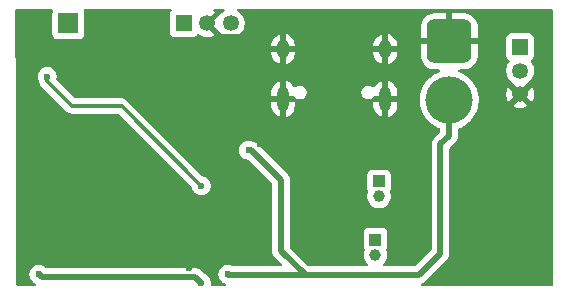
<source format=gbl>
%TF.GenerationSoftware,KiCad,Pcbnew,9.0.3*%
%TF.CreationDate,2025-08-05T23:38:35-05:00*%
%TF.ProjectId,Battle_Bot_Mind,42617474-6c65-45f4-926f-745f4d696e64,rev?*%
%TF.SameCoordinates,Original*%
%TF.FileFunction,Copper,L2,Bot*%
%TF.FilePolarity,Positive*%
%FSLAX46Y46*%
G04 Gerber Fmt 4.6, Leading zero omitted, Abs format (unit mm)*
G04 Created by KiCad (PCBNEW 9.0.3) date 2025-08-05 23:38:35*
%MOMM*%
%LPD*%
G01*
G04 APERTURE LIST*
G04 Aperture macros list*
%AMRoundRect*
0 Rectangle with rounded corners*
0 $1 Rounding radius*
0 $2 $3 $4 $5 $6 $7 $8 $9 X,Y pos of 4 corners*
0 Add a 4 corners polygon primitive as box body*
4,1,4,$2,$3,$4,$5,$6,$7,$8,$9,$2,$3,0*
0 Add four circle primitives for the rounded corners*
1,1,$1+$1,$2,$3*
1,1,$1+$1,$4,$5*
1,1,$1+$1,$6,$7*
1,1,$1+$1,$8,$9*
0 Add four rect primitives between the rounded corners*
20,1,$1+$1,$2,$3,$4,$5,0*
20,1,$1+$1,$4,$5,$6,$7,0*
20,1,$1+$1,$6,$7,$8,$9,0*
20,1,$1+$1,$8,$9,$2,$3,0*%
G04 Aperture macros list end*
%TA.AperFunction,ComponentPad*%
%ADD10RoundRect,0.760000X-1.140000X1.140000X-1.140000X-1.140000X1.140000X-1.140000X1.140000X1.140000X0*%
%TD*%
%TA.AperFunction,ComponentPad*%
%ADD11C,4.000000*%
%TD*%
%TA.AperFunction,HeatsinkPad*%
%ADD12C,0.600000*%
%TD*%
%TA.AperFunction,ComponentPad*%
%ADD13R,1.700000X1.700000*%
%TD*%
%TA.AperFunction,ComponentPad*%
%ADD14R,1.350000X1.350000*%
%TD*%
%TA.AperFunction,ComponentPad*%
%ADD15C,1.350000*%
%TD*%
%TA.AperFunction,ComponentPad*%
%ADD16R,1.000000X1.000000*%
%TD*%
%TA.AperFunction,ComponentPad*%
%ADD17C,1.000000*%
%TD*%
%TA.AperFunction,HeatsinkPad*%
%ADD18O,1.000000X2.100000*%
%TD*%
%TA.AperFunction,HeatsinkPad*%
%ADD19O,1.000000X1.600000*%
%TD*%
%TA.AperFunction,ViaPad*%
%ADD20C,0.600000*%
%TD*%
%TA.AperFunction,Conductor*%
%ADD21C,0.500000*%
%TD*%
%TA.AperFunction,Conductor*%
%ADD22C,0.300000*%
%TD*%
G04 APERTURE END LIST*
D10*
%TO.P,J2,1,Pin_1*%
%TO.N,GND*%
X142750000Y-73750000D03*
D11*
%TO.P,J2,2,Pin_2*%
%TO.N,+BATT*%
X142750000Y-78750000D03*
%TD*%
D12*
%TO.P,U1,19,GND*%
%TO.N,GND*%
X112850000Y-84390000D03*
X113950000Y-84390000D03*
X112300000Y-83840000D03*
X113400000Y-83840000D03*
X114500000Y-83840000D03*
X112850000Y-83290000D03*
X113950000Y-83290000D03*
X112300000Y-82740000D03*
X113400000Y-82740000D03*
X114500000Y-82740000D03*
X112850000Y-82190000D03*
X113950000Y-82190000D03*
%TD*%
D13*
%TO.P,J4,1,Pin_1*%
%TO.N,/BOOT*%
X110500000Y-72250000D03*
%TD*%
D14*
%TO.P,DBG1,1,Pin_1*%
%TO.N,Net-(DBG1-Pin_1)*%
X120250000Y-72250000D03*
D15*
%TO.P,DBG1,2,Pin_2*%
%TO.N,GND*%
X122250000Y-72250000D03*
%TO.P,DBG1,3,Pin_3*%
%TO.N,Net-(DBG1-Pin_3)*%
X124250000Y-72250000D03*
%TD*%
D16*
%TO.P,M2,1,Pin_1*%
%TO.N,Net-(M2-Pin_1)*%
X136500000Y-90550000D03*
D17*
%TO.P,M2,2,Pin_2*%
%TO.N,Net-(M2-Pin_2)*%
X136500000Y-91820000D03*
%TD*%
D18*
%TO.P,J1,S1,SHIELD*%
%TO.N,GND*%
X137320000Y-78630000D03*
D19*
X137320000Y-74450000D03*
D18*
X128680000Y-78630000D03*
D19*
X128680000Y-74450000D03*
%TD*%
D16*
%TO.P,M1,1,Pin_1*%
%TO.N,Net-(M1-Pin_1)*%
X136800000Y-85625000D03*
D17*
%TO.P,M1,2,Pin_2*%
%TO.N,Net-(M1-Pin_2)*%
X136800000Y-86895000D03*
%TD*%
D14*
%TO.P,J3,1,Pin_1*%
%TO.N,/ESC_PWM*%
X148750000Y-74250000D03*
D15*
%TO.P,J3,2,Pin_2*%
%TO.N,+BATT*%
X148750000Y-76250000D03*
%TO.P,J3,3,Pin_3*%
%TO.N,GND*%
X148750000Y-78250000D03*
%TD*%
D20*
%TO.N,GND*%
X116000000Y-73470000D03*
X129750000Y-80750000D03*
X148750000Y-80250000D03*
X120750000Y-93000000D03*
X136250000Y-80750000D03*
X147250000Y-84250000D03*
X132000000Y-82750000D03*
X134415380Y-81834620D03*
X132750000Y-86750000D03*
X132750000Y-89750000D03*
X145000000Y-93250000D03*
X112500000Y-72750000D03*
X126250000Y-72750000D03*
X149000000Y-93750000D03*
X126750000Y-82500000D03*
%TO.N,+3V3*%
X121750000Y-94200000D03*
X108000000Y-93500000D03*
%TO.N,+BATT*%
X125750000Y-83000000D03*
X124000000Y-93499000D03*
%TO.N,/PWM_B*%
X121750000Y-86000000D03*
X108700000Y-76750000D03*
%TD*%
D21*
%TO.N,GND*%
X125624000Y-73376000D02*
X126250000Y-72750000D01*
X122250000Y-72250000D02*
X123376000Y-73376000D01*
X123376000Y-73376000D02*
X125624000Y-73376000D01*
%TO.N,+3V3*%
X108250000Y-93750000D02*
X108000000Y-93500000D01*
X121749000Y-94249000D02*
X121250000Y-93750000D01*
X121250000Y-93750000D02*
X108250000Y-93750000D01*
%TO.N,+BATT*%
X128500000Y-85500000D02*
X128500000Y-91500000D01*
X142000000Y-82500000D02*
X142750000Y-81750000D01*
X140202000Y-93548000D02*
X142000000Y-91750000D01*
X130500000Y-93548000D02*
X124049000Y-93548000D01*
X128500000Y-91500000D02*
X130500000Y-93500000D01*
X130500000Y-93548000D02*
X140202000Y-93548000D01*
X124049000Y-93548000D02*
X124000000Y-93499000D01*
X126000000Y-83000000D02*
X128500000Y-85500000D01*
X142000000Y-91750000D02*
X142000000Y-82500000D01*
X130500000Y-93500000D02*
X130500000Y-93548000D01*
X142750000Y-81750000D02*
X142750000Y-78750000D01*
D22*
X142750000Y-80250000D02*
X142750000Y-78750000D01*
D21*
X125750000Y-83000000D02*
X126000000Y-83000000D01*
D22*
%TO.N,/PWM_B*%
X115001000Y-79251000D02*
X121750000Y-86000000D01*
X108750000Y-76800000D02*
X108700000Y-76750000D01*
X108700000Y-77120654D02*
X108700000Y-76750000D01*
X110830346Y-79251000D02*
X108700000Y-77120654D01*
X115000000Y-79251000D02*
X115001000Y-79251000D01*
X115000000Y-79251000D02*
X110830346Y-79251000D01*
%TD*%
%TA.AperFunction,Conductor*%
%TO.N,GND*%
G36*
X109153270Y-71020185D02*
G01*
X109199025Y-71072989D01*
X109208969Y-71142147D01*
X109202413Y-71167833D01*
X109155908Y-71292517D01*
X109149501Y-71352116D01*
X109149501Y-71352123D01*
X109149500Y-71352135D01*
X109149500Y-73147870D01*
X109149501Y-73147876D01*
X109155908Y-73207483D01*
X109206202Y-73342328D01*
X109206206Y-73342335D01*
X109292452Y-73457544D01*
X109292455Y-73457547D01*
X109407664Y-73543793D01*
X109407671Y-73543797D01*
X109542517Y-73594091D01*
X109542516Y-73594091D01*
X109549444Y-73594835D01*
X109602127Y-73600500D01*
X111397872Y-73600499D01*
X111457483Y-73594091D01*
X111592331Y-73543796D01*
X111707546Y-73457546D01*
X111793796Y-73342331D01*
X111844091Y-73207483D01*
X111850500Y-73147873D01*
X111850499Y-71352128D01*
X111844091Y-71292517D01*
X111826227Y-71244622D01*
X111797587Y-71167833D01*
X111792603Y-71098141D01*
X111826088Y-71036818D01*
X111887411Y-71003334D01*
X111913769Y-71000500D01*
X119135046Y-71000500D01*
X119202085Y-71020185D01*
X119247840Y-71072989D01*
X119257784Y-71142147D01*
X119228759Y-71205703D01*
X119222727Y-71212181D01*
X119217452Y-71217455D01*
X119131206Y-71332664D01*
X119131202Y-71332671D01*
X119080908Y-71467517D01*
X119074501Y-71527116D01*
X119074500Y-71527135D01*
X119074500Y-72972870D01*
X119074501Y-72972876D01*
X119080908Y-73032483D01*
X119131202Y-73167328D01*
X119131206Y-73167335D01*
X119217452Y-73282544D01*
X119217455Y-73282547D01*
X119332664Y-73368793D01*
X119332671Y-73368797D01*
X119467517Y-73419091D01*
X119467516Y-73419091D01*
X119474444Y-73419835D01*
X119527127Y-73425500D01*
X120972872Y-73425499D01*
X121032483Y-73419091D01*
X121167331Y-73368796D01*
X121282546Y-73282546D01*
X121346541Y-73197059D01*
X121402473Y-73155190D01*
X121472165Y-73150206D01*
X121518691Y-73171054D01*
X121634161Y-73254947D01*
X121798956Y-73338915D01*
X121798959Y-73338916D01*
X121974852Y-73396066D01*
X122157527Y-73425000D01*
X122342473Y-73425000D01*
X122525147Y-73396066D01*
X122701040Y-73338916D01*
X122701043Y-73338915D01*
X122865836Y-73254947D01*
X122865845Y-73254942D01*
X122886430Y-73239984D01*
X122886430Y-73239983D01*
X122296447Y-72650000D01*
X122302661Y-72650000D01*
X122404394Y-72622741D01*
X122495606Y-72570080D01*
X122570080Y-72495606D01*
X122622741Y-72404394D01*
X122650000Y-72302661D01*
X122650000Y-72296448D01*
X123264238Y-72910686D01*
X123299162Y-72941165D01*
X123322202Y-72972876D01*
X123353379Y-73015787D01*
X123484213Y-73146621D01*
X123633904Y-73255378D01*
X123687224Y-73282546D01*
X123798764Y-73339379D01*
X123798767Y-73339380D01*
X123886750Y-73367967D01*
X123974736Y-73396555D01*
X124157486Y-73425500D01*
X124157487Y-73425500D01*
X124342513Y-73425500D01*
X124342514Y-73425500D01*
X124525264Y-73396555D01*
X124701235Y-73339379D01*
X124866096Y-73255378D01*
X125015787Y-73146621D01*
X125146621Y-73015787D01*
X125255378Y-72866096D01*
X125339379Y-72701235D01*
X125396555Y-72525264D01*
X125401253Y-72495606D01*
X125425500Y-72342513D01*
X125425500Y-72157486D01*
X125396555Y-71974736D01*
X125339379Y-71798765D01*
X125339379Y-71798764D01*
X125296577Y-71714763D01*
X125255378Y-71633904D01*
X125146621Y-71484213D01*
X125015787Y-71353379D01*
X124866096Y-71244622D01*
X124847181Y-71234984D01*
X124796386Y-71187011D01*
X124779591Y-71119190D01*
X124802128Y-71053055D01*
X124856843Y-71009603D01*
X124903477Y-71000500D01*
X151375500Y-71000500D01*
X151442539Y-71020185D01*
X151488294Y-71072989D01*
X151499500Y-71124500D01*
X151499500Y-94375500D01*
X151479815Y-94442539D01*
X151427011Y-94488294D01*
X151375500Y-94499500D01*
X140489415Y-94499500D01*
X140422376Y-94479815D01*
X140376621Y-94427011D01*
X140366677Y-94357853D01*
X140395702Y-94294297D01*
X140441963Y-94260939D01*
X140477855Y-94246072D01*
X140557495Y-94213084D01*
X140614368Y-94175083D01*
X140680416Y-94130952D01*
X142582952Y-92228416D01*
X142632186Y-92154729D01*
X142665084Y-92105495D01*
X142721658Y-91968913D01*
X142750500Y-91823918D01*
X142750500Y-82862229D01*
X142770185Y-82795190D01*
X142786819Y-82774548D01*
X143332948Y-82228419D01*
X143332951Y-82228416D01*
X143415084Y-82105495D01*
X143471658Y-81968913D01*
X143500500Y-81823918D01*
X143500500Y-81676083D01*
X143500500Y-81224533D01*
X143520185Y-81157494D01*
X143572989Y-81111739D01*
X143583526Y-81107498D01*
X143708408Y-81063801D01*
X143961445Y-80941945D01*
X144199248Y-80792523D01*
X144418825Y-80617416D01*
X144617416Y-80418825D01*
X144792523Y-80199248D01*
X144941945Y-79961445D01*
X145063801Y-79708408D01*
X145156560Y-79443318D01*
X145219055Y-79169509D01*
X145250500Y-78890425D01*
X145250500Y-78609575D01*
X145232900Y-78453366D01*
X145219057Y-78330505D01*
X145219054Y-78330487D01*
X145184763Y-78180246D01*
X145156559Y-78056678D01*
X145156556Y-78056670D01*
X145127926Y-77974852D01*
X145063801Y-77791592D01*
X144941945Y-77538555D01*
X144792523Y-77300752D01*
X144617416Y-77081175D01*
X144418825Y-76882584D01*
X144199248Y-76707477D01*
X143961445Y-76558055D01*
X143961442Y-76558053D01*
X143708411Y-76436200D01*
X143579355Y-76391041D01*
X143522579Y-76350319D01*
X143496832Y-76285367D01*
X143510288Y-76216805D01*
X143558676Y-76166402D01*
X143620310Y-76150000D01*
X143954706Y-76150000D01*
X143954719Y-76149999D01*
X144087906Y-76139517D01*
X144087912Y-76139516D01*
X144307829Y-76084101D01*
X144307832Y-76084100D01*
X144514330Y-75990304D01*
X144514336Y-75990301D01*
X144700758Y-75861148D01*
X144700770Y-75861138D01*
X144861138Y-75700770D01*
X144861148Y-75700758D01*
X144990301Y-75514336D01*
X144990304Y-75514330D01*
X145084100Y-75307832D01*
X145084101Y-75307829D01*
X145139516Y-75087912D01*
X145139517Y-75087906D01*
X145149999Y-74954719D01*
X145150000Y-74954706D01*
X145150000Y-74000000D01*
X144077231Y-74000000D01*
X144100000Y-73856247D01*
X144100000Y-73643753D01*
X144081529Y-73527135D01*
X147574500Y-73527135D01*
X147574500Y-74972870D01*
X147574501Y-74972876D01*
X147580908Y-75032483D01*
X147631202Y-75167328D01*
X147631206Y-75167335D01*
X147717452Y-75282544D01*
X147717453Y-75282544D01*
X147717454Y-75282546D01*
X147751228Y-75307829D01*
X147802539Y-75346241D01*
X147844409Y-75402175D01*
X147849393Y-75471867D01*
X147828545Y-75518392D01*
X147744624Y-75633900D01*
X147660620Y-75798764D01*
X147660619Y-75798767D01*
X147603445Y-75974734D01*
X147586123Y-76084100D01*
X147574500Y-76157486D01*
X147574500Y-76342514D01*
X147578984Y-76370827D01*
X147603445Y-76525265D01*
X147660619Y-76701232D01*
X147660620Y-76701235D01*
X147663801Y-76707477D01*
X147744622Y-76866096D01*
X147853379Y-77015787D01*
X147984213Y-77146621D01*
X147984216Y-77146623D01*
X148058831Y-77200834D01*
X148073806Y-77220254D01*
X148703554Y-77850000D01*
X148697339Y-77850000D01*
X148595606Y-77877259D01*
X148504394Y-77929920D01*
X148429920Y-78004394D01*
X148377259Y-78095606D01*
X148350000Y-78197339D01*
X148350000Y-78203553D01*
X147760015Y-77613568D01*
X147745049Y-77634167D01*
X147661084Y-77798956D01*
X147661083Y-77798959D01*
X147603933Y-77974852D01*
X147575000Y-78157526D01*
X147575000Y-78342473D01*
X147603933Y-78525147D01*
X147661083Y-78701040D01*
X147661084Y-78701043D01*
X147745050Y-78865834D01*
X147760015Y-78886430D01*
X147760016Y-78886431D01*
X148350000Y-78296447D01*
X148350000Y-78302661D01*
X148377259Y-78404394D01*
X148429920Y-78495606D01*
X148504394Y-78570080D01*
X148595606Y-78622741D01*
X148697339Y-78650000D01*
X148703553Y-78650000D01*
X148113568Y-79239983D01*
X148113568Y-79239984D01*
X148134165Y-79254949D01*
X148298956Y-79338915D01*
X148298959Y-79338916D01*
X148474852Y-79396066D01*
X148657527Y-79425000D01*
X148842473Y-79425000D01*
X149025147Y-79396066D01*
X149201040Y-79338916D01*
X149201043Y-79338915D01*
X149365836Y-79254947D01*
X149365845Y-79254942D01*
X149386430Y-79239984D01*
X149386431Y-79239983D01*
X148796448Y-78650000D01*
X148802661Y-78650000D01*
X148904394Y-78622741D01*
X148995606Y-78570080D01*
X149070080Y-78495606D01*
X149122741Y-78404394D01*
X149150000Y-78302661D01*
X149150000Y-78296447D01*
X149739983Y-78886430D01*
X149739984Y-78886430D01*
X149754942Y-78865845D01*
X149754947Y-78865836D01*
X149838915Y-78701043D01*
X149838916Y-78701040D01*
X149896066Y-78525147D01*
X149925000Y-78342473D01*
X149925000Y-78157526D01*
X149896066Y-77974852D01*
X149838916Y-77798959D01*
X149838915Y-77798956D01*
X149754949Y-77634165D01*
X149739983Y-77613568D01*
X149150000Y-78203551D01*
X149150000Y-78197339D01*
X149122741Y-78095606D01*
X149070080Y-78004394D01*
X148995606Y-77929920D01*
X148904394Y-77877259D01*
X148802661Y-77850000D01*
X148796447Y-77850000D01*
X149410675Y-77235771D01*
X149441165Y-77200836D01*
X149515787Y-77146621D01*
X149646621Y-77015787D01*
X149755378Y-76866096D01*
X149839379Y-76701235D01*
X149896555Y-76525264D01*
X149925500Y-76342514D01*
X149925500Y-76157486D01*
X149896555Y-75974736D01*
X149839379Y-75798765D01*
X149839379Y-75798764D01*
X149789442Y-75700758D01*
X149755378Y-75633904D01*
X149671453Y-75518392D01*
X149647974Y-75452586D01*
X149663799Y-75384532D01*
X149697459Y-75346241D01*
X149782546Y-75282546D01*
X149868796Y-75167331D01*
X149919091Y-75032483D01*
X149925500Y-74972873D01*
X149925499Y-73527128D01*
X149919091Y-73467517D01*
X149915372Y-73457547D01*
X149868797Y-73332671D01*
X149868793Y-73332664D01*
X149782547Y-73217455D01*
X149782544Y-73217452D01*
X149667335Y-73131206D01*
X149667328Y-73131202D01*
X149532482Y-73080908D01*
X149532483Y-73080908D01*
X149472883Y-73074501D01*
X149472881Y-73074500D01*
X149472873Y-73074500D01*
X149472864Y-73074500D01*
X148027129Y-73074500D01*
X148027123Y-73074501D01*
X147967516Y-73080908D01*
X147832671Y-73131202D01*
X147832664Y-73131206D01*
X147717455Y-73217452D01*
X147717452Y-73217455D01*
X147631206Y-73332664D01*
X147631202Y-73332671D01*
X147580908Y-73467517D01*
X147574501Y-73527116D01*
X147574501Y-73527123D01*
X147574500Y-73527135D01*
X144081529Y-73527135D01*
X144077231Y-73500000D01*
X145150000Y-73500000D01*
X145150000Y-72545293D01*
X145149999Y-72545280D01*
X145139517Y-72412093D01*
X145139516Y-72412087D01*
X145084101Y-72192170D01*
X145084100Y-72192167D01*
X144990304Y-71985669D01*
X144990301Y-71985663D01*
X144861148Y-71799241D01*
X144861138Y-71799229D01*
X144700770Y-71638861D01*
X144700758Y-71638851D01*
X144514336Y-71509698D01*
X144514330Y-71509695D01*
X144307832Y-71415899D01*
X144307829Y-71415898D01*
X144087912Y-71360483D01*
X144087906Y-71360482D01*
X143954719Y-71350000D01*
X143000000Y-71350000D01*
X143000000Y-72422768D01*
X142856247Y-72400000D01*
X142643753Y-72400000D01*
X142500000Y-72422768D01*
X142500000Y-71350000D01*
X141545280Y-71350000D01*
X141412093Y-71360482D01*
X141412087Y-71360483D01*
X141192170Y-71415898D01*
X141192167Y-71415899D01*
X140985669Y-71509695D01*
X140985663Y-71509698D01*
X140799241Y-71638851D01*
X140799229Y-71638861D01*
X140638861Y-71799229D01*
X140638851Y-71799241D01*
X140509698Y-71985663D01*
X140509695Y-71985669D01*
X140415899Y-72192167D01*
X140415898Y-72192170D01*
X140360483Y-72412087D01*
X140360482Y-72412093D01*
X140350000Y-72545280D01*
X140350000Y-73500000D01*
X141422769Y-73500000D01*
X141400000Y-73643753D01*
X141400000Y-73856247D01*
X141422769Y-74000000D01*
X140350000Y-74000000D01*
X140350000Y-74954719D01*
X140360482Y-75087906D01*
X140360483Y-75087912D01*
X140415898Y-75307829D01*
X140415899Y-75307832D01*
X140509695Y-75514330D01*
X140509698Y-75514336D01*
X140638851Y-75700758D01*
X140638861Y-75700770D01*
X140799229Y-75861138D01*
X140799241Y-75861148D01*
X140985663Y-75990301D01*
X140985669Y-75990304D01*
X141192167Y-76084100D01*
X141192170Y-76084101D01*
X141412087Y-76139516D01*
X141412093Y-76139517D01*
X141545280Y-76149999D01*
X141545294Y-76150000D01*
X141879690Y-76150000D01*
X141946729Y-76169685D01*
X141992484Y-76222489D01*
X142002428Y-76291647D01*
X141973403Y-76355203D01*
X141920645Y-76391041D01*
X141791588Y-76436200D01*
X141538557Y-76558053D01*
X141300753Y-76707476D01*
X141081175Y-76882583D01*
X140882583Y-77081175D01*
X140707477Y-77300752D01*
X140558053Y-77538557D01*
X140436200Y-77791588D01*
X140343443Y-78056670D01*
X140343439Y-78056682D01*
X140280945Y-78330487D01*
X140280942Y-78330505D01*
X140249500Y-78609568D01*
X140249500Y-78890431D01*
X140280942Y-79169494D01*
X140280945Y-79169512D01*
X140343439Y-79443317D01*
X140343443Y-79443329D01*
X140436200Y-79708411D01*
X140558053Y-79961442D01*
X140558055Y-79961445D01*
X140707477Y-80199248D01*
X140882584Y-80418825D01*
X141081175Y-80617416D01*
X141300752Y-80792523D01*
X141538555Y-80941945D01*
X141538557Y-80941946D01*
X141791583Y-81063797D01*
X141791585Y-81063797D01*
X141791592Y-81063801D01*
X141916456Y-81107492D01*
X141935444Y-81121111D01*
X141956703Y-81130820D01*
X141963305Y-81141094D01*
X141973231Y-81148213D01*
X141981843Y-81169939D01*
X141994477Y-81189598D01*
X141997232Y-81208762D01*
X141998978Y-81213166D01*
X141999500Y-81224533D01*
X141999500Y-81387769D01*
X141979815Y-81454808D01*
X141963181Y-81475450D01*
X141417050Y-82021580D01*
X141417044Y-82021588D01*
X141367812Y-82095268D01*
X141367813Y-82095269D01*
X141334921Y-82144496D01*
X141334914Y-82144508D01*
X141278342Y-82281086D01*
X141278340Y-82281092D01*
X141249500Y-82426079D01*
X141249500Y-91387770D01*
X141229815Y-91454809D01*
X141213181Y-91475451D01*
X139927451Y-92761181D01*
X139866128Y-92794666D01*
X139839770Y-92797500D01*
X137236784Y-92797500D01*
X137169745Y-92777815D01*
X137123990Y-92725011D01*
X137114046Y-92655853D01*
X137143071Y-92592297D01*
X137149103Y-92585819D01*
X137277136Y-92457785D01*
X137277139Y-92457782D01*
X137386632Y-92293914D01*
X137462051Y-92111835D01*
X137488590Y-91978416D01*
X137500500Y-91918543D01*
X137500500Y-91721456D01*
X137462052Y-91528170D01*
X137462051Y-91528169D01*
X137462051Y-91528165D01*
X137419680Y-91425873D01*
X137412212Y-91356407D01*
X137434977Y-91304111D01*
X137443796Y-91292331D01*
X137494091Y-91157483D01*
X137500500Y-91097873D01*
X137500499Y-90002128D01*
X137494091Y-89942517D01*
X137443796Y-89807669D01*
X137443795Y-89807668D01*
X137443793Y-89807664D01*
X137357547Y-89692455D01*
X137357544Y-89692452D01*
X137242335Y-89606206D01*
X137242328Y-89606202D01*
X137107482Y-89555908D01*
X137107483Y-89555908D01*
X137047883Y-89549501D01*
X137047881Y-89549500D01*
X137047873Y-89549500D01*
X137047864Y-89549500D01*
X135952129Y-89549500D01*
X135952123Y-89549501D01*
X135892516Y-89555908D01*
X135757671Y-89606202D01*
X135757664Y-89606206D01*
X135642455Y-89692452D01*
X135642452Y-89692455D01*
X135556206Y-89807664D01*
X135556202Y-89807671D01*
X135505908Y-89942517D01*
X135499501Y-90002116D01*
X135499501Y-90002123D01*
X135499500Y-90002135D01*
X135499500Y-91097870D01*
X135499501Y-91097876D01*
X135505908Y-91157483D01*
X135556202Y-91292328D01*
X135556206Y-91292335D01*
X135565023Y-91304113D01*
X135589440Y-91369578D01*
X135580318Y-91425874D01*
X135574827Y-91439132D01*
X135537950Y-91528164D01*
X135537948Y-91528168D01*
X135537947Y-91528171D01*
X135499500Y-91721456D01*
X135499500Y-91721459D01*
X135499500Y-91918541D01*
X135499500Y-91918543D01*
X135499499Y-91918543D01*
X135537947Y-92111829D01*
X135537950Y-92111839D01*
X135613364Y-92293907D01*
X135613371Y-92293920D01*
X135722860Y-92457781D01*
X135722863Y-92457785D01*
X135850897Y-92585819D01*
X135884382Y-92647142D01*
X135879398Y-92716834D01*
X135837526Y-92772767D01*
X135772062Y-92797184D01*
X135763216Y-92797500D01*
X130910229Y-92797500D01*
X130843190Y-92777815D01*
X130822548Y-92761181D01*
X129286819Y-91225451D01*
X129253334Y-91164128D01*
X129250500Y-91137770D01*
X129250500Y-86993543D01*
X135799499Y-86993543D01*
X135837947Y-87186829D01*
X135837950Y-87186839D01*
X135913364Y-87368907D01*
X135913371Y-87368920D01*
X136022860Y-87532781D01*
X136022863Y-87532785D01*
X136162214Y-87672136D01*
X136162218Y-87672139D01*
X136326079Y-87781628D01*
X136326092Y-87781635D01*
X136508160Y-87857049D01*
X136508165Y-87857051D01*
X136508169Y-87857051D01*
X136508170Y-87857052D01*
X136701456Y-87895500D01*
X136701459Y-87895500D01*
X136898543Y-87895500D01*
X137028582Y-87869632D01*
X137091835Y-87857051D01*
X137273914Y-87781632D01*
X137437782Y-87672139D01*
X137577139Y-87532782D01*
X137686632Y-87368914D01*
X137762051Y-87186835D01*
X137800500Y-86993541D01*
X137800500Y-86796459D01*
X137800500Y-86796456D01*
X137762052Y-86603170D01*
X137762051Y-86603169D01*
X137762051Y-86603165D01*
X137719680Y-86500873D01*
X137712212Y-86431407D01*
X137734977Y-86379111D01*
X137743796Y-86367331D01*
X137794091Y-86232483D01*
X137800500Y-86172873D01*
X137800499Y-85077128D01*
X137794091Y-85017517D01*
X137743796Y-84882669D01*
X137743795Y-84882668D01*
X137743793Y-84882664D01*
X137657547Y-84767455D01*
X137657544Y-84767452D01*
X137542335Y-84681206D01*
X137542328Y-84681202D01*
X137407482Y-84630908D01*
X137407483Y-84630908D01*
X137347883Y-84624501D01*
X137347881Y-84624500D01*
X137347873Y-84624500D01*
X137347864Y-84624500D01*
X136252129Y-84624500D01*
X136252123Y-84624501D01*
X136192516Y-84630908D01*
X136057671Y-84681202D01*
X136057664Y-84681206D01*
X135942455Y-84767452D01*
X135942452Y-84767455D01*
X135856206Y-84882664D01*
X135856202Y-84882671D01*
X135805908Y-85017517D01*
X135799501Y-85077116D01*
X135799500Y-85077127D01*
X135799500Y-86172870D01*
X135799501Y-86172876D01*
X135805908Y-86232483D01*
X135856202Y-86367328D01*
X135856206Y-86367335D01*
X135865023Y-86379113D01*
X135889440Y-86444578D01*
X135880318Y-86500874D01*
X135876417Y-86510292D01*
X135837950Y-86603164D01*
X135837948Y-86603168D01*
X135837947Y-86603171D01*
X135799500Y-86796456D01*
X135799500Y-86796459D01*
X135799500Y-86993541D01*
X135799500Y-86993543D01*
X135799499Y-86993543D01*
X129250500Y-86993543D01*
X129250500Y-85426079D01*
X129221659Y-85281092D01*
X129221658Y-85281091D01*
X129221658Y-85281087D01*
X129221656Y-85281082D01*
X129165086Y-85144508D01*
X129163875Y-85142696D01*
X129120064Y-85077127D01*
X129120064Y-85077126D01*
X129082950Y-85021581D01*
X126478421Y-82417052D01*
X126478414Y-82417046D01*
X126404729Y-82367812D01*
X126404729Y-82367813D01*
X126355491Y-82334913D01*
X126218917Y-82278343D01*
X126218907Y-82278340D01*
X126073920Y-82249500D01*
X126073918Y-82249500D01*
X126054604Y-82249500D01*
X126007155Y-82240062D01*
X125983497Y-82230263D01*
X125983493Y-82230262D01*
X125983488Y-82230260D01*
X125828845Y-82199500D01*
X125828842Y-82199500D01*
X125671158Y-82199500D01*
X125671155Y-82199500D01*
X125516510Y-82230261D01*
X125516498Y-82230264D01*
X125370827Y-82290602D01*
X125370814Y-82290609D01*
X125239711Y-82378210D01*
X125239707Y-82378213D01*
X125128213Y-82489707D01*
X125128210Y-82489711D01*
X125040609Y-82620814D01*
X125040602Y-82620827D01*
X124980264Y-82766498D01*
X124980261Y-82766510D01*
X124949500Y-82921153D01*
X124949500Y-83078846D01*
X124980261Y-83233489D01*
X124980264Y-83233501D01*
X125040602Y-83379172D01*
X125040609Y-83379185D01*
X125128210Y-83510288D01*
X125128213Y-83510292D01*
X125239707Y-83621786D01*
X125239711Y-83621789D01*
X125370814Y-83709390D01*
X125370827Y-83709397D01*
X125516498Y-83769735D01*
X125516503Y-83769737D01*
X125671153Y-83800499D01*
X125671156Y-83800500D01*
X125671158Y-83800500D01*
X125687770Y-83800500D01*
X125754809Y-83820185D01*
X125775451Y-83836819D01*
X127713181Y-85774549D01*
X127746666Y-85835872D01*
X127749500Y-85862230D01*
X127749500Y-91573918D01*
X127749500Y-91573920D01*
X127749499Y-91573920D01*
X127778340Y-91718907D01*
X127778343Y-91718917D01*
X127821836Y-91823918D01*
X127834916Y-91855495D01*
X127865525Y-91901305D01*
X127865524Y-91901305D01*
X127917046Y-91978414D01*
X127917052Y-91978421D01*
X128524451Y-92585819D01*
X128557936Y-92647142D01*
X128552952Y-92716833D01*
X128511081Y-92772767D01*
X128445616Y-92797184D01*
X128436770Y-92797500D01*
X124422902Y-92797500D01*
X124375450Y-92788061D01*
X124233501Y-92729264D01*
X124233489Y-92729261D01*
X124078845Y-92698500D01*
X124078842Y-92698500D01*
X123921158Y-92698500D01*
X123921155Y-92698500D01*
X123766510Y-92729261D01*
X123766498Y-92729264D01*
X123620827Y-92789602D01*
X123620814Y-92789609D01*
X123489711Y-92877210D01*
X123489707Y-92877213D01*
X123378213Y-92988707D01*
X123378210Y-92988711D01*
X123290609Y-93119814D01*
X123290602Y-93119827D01*
X123230264Y-93265498D01*
X123230261Y-93265510D01*
X123199500Y-93420153D01*
X123199500Y-93577846D01*
X123230261Y-93732489D01*
X123230264Y-93732501D01*
X123290602Y-93878172D01*
X123290609Y-93878185D01*
X123378210Y-94009288D01*
X123378213Y-94009292D01*
X123489707Y-94120786D01*
X123489711Y-94120789D01*
X123620814Y-94208390D01*
X123620827Y-94208397D01*
X123747676Y-94260939D01*
X123802080Y-94304780D01*
X123824145Y-94371074D01*
X123806866Y-94438773D01*
X123755729Y-94486384D01*
X123700224Y-94499500D01*
X122657703Y-94499500D01*
X122590664Y-94479815D01*
X122544909Y-94427011D01*
X122534965Y-94357853D01*
X122536086Y-94351309D01*
X122550499Y-94278846D01*
X122550500Y-94278844D01*
X122550500Y-94121155D01*
X122550499Y-94121153D01*
X122528447Y-94010292D01*
X122519737Y-93966503D01*
X122483569Y-93879185D01*
X122459397Y-93820827D01*
X122459390Y-93820814D01*
X122371789Y-93689711D01*
X122371786Y-93689707D01*
X122260292Y-93578213D01*
X122260288Y-93578210D01*
X122129185Y-93490609D01*
X122129176Y-93490604D01*
X122020168Y-93445452D01*
X121979940Y-93418572D01*
X121728421Y-93167052D01*
X121728414Y-93167046D01*
X121654729Y-93117812D01*
X121654729Y-93117813D01*
X121605491Y-93084913D01*
X121468917Y-93028343D01*
X121468907Y-93028340D01*
X121323920Y-92999500D01*
X121323918Y-92999500D01*
X108682940Y-92999500D01*
X108615901Y-92979815D01*
X108595263Y-92963185D01*
X108510289Y-92878211D01*
X108510288Y-92878210D01*
X108510287Y-92878209D01*
X108379185Y-92790609D01*
X108379172Y-92790602D01*
X108233501Y-92730264D01*
X108233489Y-92730261D01*
X108078845Y-92699500D01*
X108078842Y-92699500D01*
X107921158Y-92699500D01*
X107921155Y-92699500D01*
X107766510Y-92730261D01*
X107766498Y-92730264D01*
X107620827Y-92790602D01*
X107620814Y-92790609D01*
X107489711Y-92878210D01*
X107489707Y-92878213D01*
X107378213Y-92989707D01*
X107378210Y-92989711D01*
X107290609Y-93120814D01*
X107290602Y-93120827D01*
X107230264Y-93266498D01*
X107230261Y-93266510D01*
X107199500Y-93421153D01*
X107199500Y-93578846D01*
X107230261Y-93733489D01*
X107230264Y-93733501D01*
X107290602Y-93879172D01*
X107290609Y-93879185D01*
X107378210Y-94010288D01*
X107378213Y-94010292D01*
X107489707Y-94121786D01*
X107489711Y-94121789D01*
X107620817Y-94209392D01*
X107620819Y-94209393D01*
X107620821Y-94209394D01*
X107644476Y-94219192D01*
X107651408Y-94223824D01*
X107656450Y-94224921D01*
X107684704Y-94246072D01*
X107726451Y-94287819D01*
X107759936Y-94349142D01*
X107754952Y-94418834D01*
X107713080Y-94474767D01*
X107647616Y-94499184D01*
X107638770Y-94499500D01*
X106221503Y-94499500D01*
X106154464Y-94479815D01*
X106108709Y-94427011D01*
X106097504Y-94375996D01*
X106096834Y-94208397D01*
X106093234Y-93308622D01*
X106100000Y-93285235D01*
X106100000Y-76671153D01*
X107899500Y-76671153D01*
X107899500Y-76828846D01*
X107930261Y-76983489D01*
X107930264Y-76983501D01*
X107990604Y-77129177D01*
X107990606Y-77129181D01*
X108045028Y-77210629D01*
X108063543Y-77255325D01*
X108072579Y-77300749D01*
X108074498Y-77310396D01*
X108074499Y-77310399D01*
X108123533Y-77428779D01*
X108132726Y-77442537D01*
X108187491Y-77524500D01*
X108194726Y-77535327D01*
X108194727Y-77535328D01*
X110325070Y-79665669D01*
X110415677Y-79756276D01*
X110415678Y-79756277D01*
X110522212Y-79827461D01*
X110522218Y-79827464D01*
X110522219Y-79827465D01*
X110640602Y-79876501D01*
X110640606Y-79876501D01*
X110640607Y-79876502D01*
X110766274Y-79901500D01*
X110766277Y-79901500D01*
X114680192Y-79901500D01*
X114747231Y-79921185D01*
X114767873Y-79937819D01*
X120932984Y-86102930D01*
X120966469Y-86164253D01*
X120966920Y-86166420D01*
X120980261Y-86233489D01*
X120980264Y-86233501D01*
X121040602Y-86379172D01*
X121040609Y-86379185D01*
X121128210Y-86510288D01*
X121128213Y-86510292D01*
X121239707Y-86621786D01*
X121239711Y-86621789D01*
X121370814Y-86709390D01*
X121370827Y-86709397D01*
X121516498Y-86769735D01*
X121516503Y-86769737D01*
X121650828Y-86796456D01*
X121671153Y-86800499D01*
X121671156Y-86800500D01*
X121671158Y-86800500D01*
X121828844Y-86800500D01*
X121828845Y-86800499D01*
X121983497Y-86769737D01*
X122129179Y-86709394D01*
X122260289Y-86621789D01*
X122371789Y-86510289D01*
X122459394Y-86379179D01*
X122519737Y-86233497D01*
X122550500Y-86078842D01*
X122550500Y-85921158D01*
X122550500Y-85921155D01*
X122550499Y-85921153D01*
X122519738Y-85766510D01*
X122519737Y-85766503D01*
X122519735Y-85766498D01*
X122459397Y-85620827D01*
X122459390Y-85620814D01*
X122371789Y-85489711D01*
X122371786Y-85489707D01*
X122260292Y-85378213D01*
X122260288Y-85378210D01*
X122129185Y-85290609D01*
X122129172Y-85290602D01*
X121983501Y-85230264D01*
X121983489Y-85230261D01*
X121916420Y-85216920D01*
X121854509Y-85184535D01*
X121852930Y-85182984D01*
X115586266Y-78916319D01*
X115415673Y-78745726D01*
X115415669Y-78745723D01*
X115309127Y-78674535D01*
X115249894Y-78650000D01*
X115190744Y-78625499D01*
X115190738Y-78625497D01*
X115065071Y-78600500D01*
X115065069Y-78600500D01*
X115064069Y-78600500D01*
X111151153Y-78600500D01*
X111084114Y-78580815D01*
X111063472Y-78564181D01*
X110562389Y-78063098D01*
X110480795Y-77981504D01*
X127680000Y-77981504D01*
X127680000Y-78380000D01*
X128380000Y-78380000D01*
X128380000Y-78880000D01*
X127680000Y-78880000D01*
X127680000Y-79278495D01*
X127718427Y-79471681D01*
X127718430Y-79471693D01*
X127793807Y-79653671D01*
X127793814Y-79653684D01*
X127903248Y-79817462D01*
X127903251Y-79817466D01*
X128042533Y-79956748D01*
X128042537Y-79956751D01*
X128206315Y-80066185D01*
X128206328Y-80066192D01*
X128388308Y-80141569D01*
X128430000Y-80149862D01*
X128430000Y-79346988D01*
X128439940Y-79364205D01*
X128495795Y-79420060D01*
X128564204Y-79459556D01*
X128640504Y-79480000D01*
X128719496Y-79480000D01*
X128795796Y-79459556D01*
X128864205Y-79420060D01*
X128920060Y-79364205D01*
X128930000Y-79346988D01*
X128930000Y-80149862D01*
X128971690Y-80141569D01*
X128971692Y-80141569D01*
X129153671Y-80066192D01*
X129153684Y-80066185D01*
X129317462Y-79956751D01*
X129317466Y-79956748D01*
X129456748Y-79817466D01*
X129456751Y-79817462D01*
X129566185Y-79653684D01*
X129566192Y-79653671D01*
X129641569Y-79471693D01*
X129641572Y-79471681D01*
X129679999Y-79278495D01*
X129680000Y-79278492D01*
X129680000Y-78880000D01*
X128980000Y-78880000D01*
X128980000Y-78380000D01*
X129535536Y-78380000D01*
X129602575Y-78399685D01*
X129642923Y-78442000D01*
X129649482Y-78453361D01*
X129649484Y-78453364D01*
X129649485Y-78453365D01*
X129756635Y-78560515D01*
X129887865Y-78636281D01*
X130034234Y-78675500D01*
X130034236Y-78675500D01*
X130185764Y-78675500D01*
X130185766Y-78675500D01*
X130332135Y-78636281D01*
X130463365Y-78560515D01*
X130570515Y-78453365D01*
X130646281Y-78322135D01*
X130685500Y-78175766D01*
X130685500Y-78024234D01*
X135314500Y-78024234D01*
X135314500Y-78175766D01*
X135334109Y-78248950D01*
X135353719Y-78322136D01*
X135391602Y-78387750D01*
X135429485Y-78453365D01*
X135536635Y-78560515D01*
X135667865Y-78636281D01*
X135814234Y-78675500D01*
X135814236Y-78675500D01*
X135965764Y-78675500D01*
X135965766Y-78675500D01*
X136112135Y-78636281D01*
X136243365Y-78560515D01*
X136350515Y-78453365D01*
X136357077Y-78442000D01*
X136407644Y-78393784D01*
X136464464Y-78380000D01*
X137020000Y-78380000D01*
X137020000Y-78880000D01*
X136320000Y-78880000D01*
X136320000Y-79278495D01*
X136358427Y-79471681D01*
X136358430Y-79471693D01*
X136433807Y-79653671D01*
X136433814Y-79653684D01*
X136543248Y-79817462D01*
X136543251Y-79817466D01*
X136682533Y-79956748D01*
X136682537Y-79956751D01*
X136846315Y-80066185D01*
X136846328Y-80066192D01*
X137028308Y-80141569D01*
X137070000Y-80149862D01*
X137070000Y-79346988D01*
X137079940Y-79364205D01*
X137135795Y-79420060D01*
X137204204Y-79459556D01*
X137280504Y-79480000D01*
X137359496Y-79480000D01*
X137435796Y-79459556D01*
X137504205Y-79420060D01*
X137560060Y-79364205D01*
X137570000Y-79346988D01*
X137570000Y-80149862D01*
X137611690Y-80141569D01*
X137611692Y-80141569D01*
X137793671Y-80066192D01*
X137793684Y-80066185D01*
X137957462Y-79956751D01*
X137957466Y-79956748D01*
X138096748Y-79817466D01*
X138096751Y-79817462D01*
X138206185Y-79653684D01*
X138206192Y-79653671D01*
X138281569Y-79471693D01*
X138281572Y-79471681D01*
X138319999Y-79278495D01*
X138320000Y-79278492D01*
X138320000Y-78880000D01*
X137620000Y-78880000D01*
X137620000Y-78380000D01*
X138320000Y-78380000D01*
X138320000Y-77981508D01*
X138319999Y-77981504D01*
X138281572Y-77788318D01*
X138281569Y-77788306D01*
X138206192Y-77606328D01*
X138206185Y-77606315D01*
X138096751Y-77442537D01*
X138096748Y-77442533D01*
X137957466Y-77303251D01*
X137957462Y-77303248D01*
X137793684Y-77193814D01*
X137793671Y-77193807D01*
X137611691Y-77118429D01*
X137611683Y-77118427D01*
X137570000Y-77110135D01*
X137570000Y-77913011D01*
X137560060Y-77895795D01*
X137504205Y-77839940D01*
X137435796Y-77800444D01*
X137359496Y-77780000D01*
X137280504Y-77780000D01*
X137204204Y-77800444D01*
X137135795Y-77839940D01*
X137079940Y-77895795D01*
X137070000Y-77913011D01*
X137070000Y-77110136D01*
X137069999Y-77110135D01*
X137028316Y-77118427D01*
X137028308Y-77118429D01*
X136846328Y-77193807D01*
X136846315Y-77193814D01*
X136682537Y-77303248D01*
X136682533Y-77303251D01*
X136543248Y-77442536D01*
X136430427Y-77611387D01*
X136429003Y-77610435D01*
X136385742Y-77654451D01*
X136317600Y-77669892D01*
X136251927Y-77646041D01*
X136249907Y-77644306D01*
X136249811Y-77644432D01*
X136243367Y-77639487D01*
X136243365Y-77639485D01*
X136177750Y-77601602D01*
X136112136Y-77563719D01*
X136018228Y-77538557D01*
X135965766Y-77524500D01*
X135814234Y-77524500D01*
X135667863Y-77563719D01*
X135536635Y-77639485D01*
X135536632Y-77639487D01*
X135429487Y-77746632D01*
X135429485Y-77746635D01*
X135353719Y-77877863D01*
X135348740Y-77896446D01*
X135314500Y-78024234D01*
X130685500Y-78024234D01*
X130646281Y-77877865D01*
X130570515Y-77746635D01*
X130463365Y-77639485D01*
X130397750Y-77601602D01*
X130332136Y-77563719D01*
X130238228Y-77538557D01*
X130185766Y-77524500D01*
X130034234Y-77524500D01*
X129887863Y-77563719D01*
X129756635Y-77639485D01*
X129750189Y-77644432D01*
X129748099Y-77641709D01*
X129700217Y-77667466D01*
X129630558Y-77662043D01*
X129574888Y-77619821D01*
X129569299Y-77610976D01*
X129456751Y-77442537D01*
X129456748Y-77442533D01*
X129317466Y-77303251D01*
X129317462Y-77303248D01*
X129153684Y-77193814D01*
X129153671Y-77193807D01*
X128971691Y-77118429D01*
X128971683Y-77118427D01*
X128930000Y-77110135D01*
X128930000Y-77913011D01*
X128920060Y-77895795D01*
X128864205Y-77839940D01*
X128795796Y-77800444D01*
X128719496Y-77780000D01*
X128640504Y-77780000D01*
X128564204Y-77800444D01*
X128495795Y-77839940D01*
X128439940Y-77895795D01*
X128430000Y-77913011D01*
X128430000Y-77110136D01*
X128429999Y-77110135D01*
X128388316Y-77118427D01*
X128388308Y-77118429D01*
X128206328Y-77193807D01*
X128206315Y-77193814D01*
X128042537Y-77303248D01*
X128042533Y-77303251D01*
X127903251Y-77442533D01*
X127903248Y-77442537D01*
X127793814Y-77606315D01*
X127793807Y-77606328D01*
X127718430Y-77788306D01*
X127718427Y-77788318D01*
X127680000Y-77981504D01*
X110480795Y-77981504D01*
X110279291Y-77780000D01*
X109518769Y-77019477D01*
X109485284Y-76958154D01*
X109484833Y-76907604D01*
X109500500Y-76828844D01*
X109500500Y-76671155D01*
X109500499Y-76671153D01*
X109471480Y-76525265D01*
X109469737Y-76516503D01*
X109436475Y-76436200D01*
X109409397Y-76370827D01*
X109409390Y-76370814D01*
X109321789Y-76239711D01*
X109321786Y-76239707D01*
X109210292Y-76128213D01*
X109210288Y-76128210D01*
X109079185Y-76040609D01*
X109079172Y-76040602D01*
X108933501Y-75980264D01*
X108933489Y-75980261D01*
X108778845Y-75949500D01*
X108778842Y-75949500D01*
X108621158Y-75949500D01*
X108621155Y-75949500D01*
X108466510Y-75980261D01*
X108466498Y-75980264D01*
X108320827Y-76040602D01*
X108320814Y-76040609D01*
X108189711Y-76128210D01*
X108189707Y-76128213D01*
X108078213Y-76239707D01*
X108078210Y-76239711D01*
X107990609Y-76370814D01*
X107990602Y-76370827D01*
X107930264Y-76516498D01*
X107930261Y-76516510D01*
X107899500Y-76671153D01*
X106100000Y-76671153D01*
X106100000Y-75250000D01*
X106081499Y-75231499D01*
X106077466Y-75230315D01*
X106031711Y-75177511D01*
X106020506Y-75126496D01*
X106018597Y-74649134D01*
X106016206Y-74051504D01*
X127680000Y-74051504D01*
X127680000Y-74200000D01*
X128380000Y-74200000D01*
X128380000Y-74700000D01*
X127680000Y-74700000D01*
X127680000Y-74848495D01*
X127718427Y-75041681D01*
X127718430Y-75041693D01*
X127793807Y-75223671D01*
X127793814Y-75223684D01*
X127903248Y-75387462D01*
X127903251Y-75387466D01*
X128042533Y-75526748D01*
X128042537Y-75526751D01*
X128206315Y-75636185D01*
X128206328Y-75636192D01*
X128388308Y-75711569D01*
X128430000Y-75719862D01*
X128430000Y-74916988D01*
X128439940Y-74934205D01*
X128495795Y-74990060D01*
X128564204Y-75029556D01*
X128640504Y-75050000D01*
X128719496Y-75050000D01*
X128795796Y-75029556D01*
X128864205Y-74990060D01*
X128920060Y-74934205D01*
X128930000Y-74916988D01*
X128930000Y-75719862D01*
X128971690Y-75711569D01*
X128971692Y-75711569D01*
X129153671Y-75636192D01*
X129153684Y-75636185D01*
X129317462Y-75526751D01*
X129317466Y-75526748D01*
X129456748Y-75387466D01*
X129456751Y-75387462D01*
X129566185Y-75223684D01*
X129566192Y-75223671D01*
X129641569Y-75041693D01*
X129641572Y-75041681D01*
X129679999Y-74848495D01*
X129680000Y-74848492D01*
X129680000Y-74700000D01*
X128980000Y-74700000D01*
X128980000Y-74200000D01*
X129680000Y-74200000D01*
X129680000Y-74051508D01*
X129679999Y-74051504D01*
X136320000Y-74051504D01*
X136320000Y-74200000D01*
X137020000Y-74200000D01*
X137020000Y-74700000D01*
X136320000Y-74700000D01*
X136320000Y-74848495D01*
X136358427Y-75041681D01*
X136358430Y-75041693D01*
X136433807Y-75223671D01*
X136433814Y-75223684D01*
X136543248Y-75387462D01*
X136543251Y-75387466D01*
X136682533Y-75526748D01*
X136682537Y-75526751D01*
X136846315Y-75636185D01*
X136846328Y-75636192D01*
X137028308Y-75711569D01*
X137070000Y-75719862D01*
X137070000Y-74916988D01*
X137079940Y-74934205D01*
X137135795Y-74990060D01*
X137204204Y-75029556D01*
X137280504Y-75050000D01*
X137359496Y-75050000D01*
X137435796Y-75029556D01*
X137504205Y-74990060D01*
X137560060Y-74934205D01*
X137570000Y-74916988D01*
X137570000Y-75719862D01*
X137611690Y-75711569D01*
X137611692Y-75711569D01*
X137793671Y-75636192D01*
X137793684Y-75636185D01*
X137957462Y-75526751D01*
X137957466Y-75526748D01*
X138096748Y-75387466D01*
X138096751Y-75387462D01*
X138206185Y-75223684D01*
X138206192Y-75223671D01*
X138281569Y-75041693D01*
X138281572Y-75041681D01*
X138319999Y-74848495D01*
X138320000Y-74848492D01*
X138320000Y-74700000D01*
X137620000Y-74700000D01*
X137620000Y-74200000D01*
X138320000Y-74200000D01*
X138320000Y-74051508D01*
X138319999Y-74051504D01*
X138281572Y-73858318D01*
X138281569Y-73858306D01*
X138206192Y-73676328D01*
X138206185Y-73676315D01*
X138096751Y-73512537D01*
X138096748Y-73512533D01*
X137957466Y-73373251D01*
X137957462Y-73373248D01*
X137793684Y-73263814D01*
X137793671Y-73263807D01*
X137611691Y-73188429D01*
X137611683Y-73188427D01*
X137570000Y-73180135D01*
X137570000Y-73983011D01*
X137560060Y-73965795D01*
X137504205Y-73909940D01*
X137435796Y-73870444D01*
X137359496Y-73850000D01*
X137280504Y-73850000D01*
X137204204Y-73870444D01*
X137135795Y-73909940D01*
X137079940Y-73965795D01*
X137070000Y-73983011D01*
X137070000Y-73180136D01*
X137069999Y-73180135D01*
X137028316Y-73188427D01*
X137028308Y-73188429D01*
X136846328Y-73263807D01*
X136846315Y-73263814D01*
X136682537Y-73373248D01*
X136682533Y-73373251D01*
X136543251Y-73512533D01*
X136543248Y-73512537D01*
X136433814Y-73676315D01*
X136433807Y-73676328D01*
X136358430Y-73858306D01*
X136358427Y-73858318D01*
X136320000Y-74051504D01*
X129679999Y-74051504D01*
X129641572Y-73858318D01*
X129641569Y-73858306D01*
X129566192Y-73676328D01*
X129566185Y-73676315D01*
X129456751Y-73512537D01*
X129456748Y-73512533D01*
X129317466Y-73373251D01*
X129317462Y-73373248D01*
X129153684Y-73263814D01*
X129153671Y-73263807D01*
X128971691Y-73188429D01*
X128971683Y-73188427D01*
X128930000Y-73180135D01*
X128930000Y-73983011D01*
X128920060Y-73965795D01*
X128864205Y-73909940D01*
X128795796Y-73870444D01*
X128719496Y-73850000D01*
X128640504Y-73850000D01*
X128564204Y-73870444D01*
X128495795Y-73909940D01*
X128439940Y-73965795D01*
X128430000Y-73983011D01*
X128430000Y-73180136D01*
X128429999Y-73180135D01*
X128388316Y-73188427D01*
X128388308Y-73188429D01*
X128206328Y-73263807D01*
X128206315Y-73263814D01*
X128042537Y-73373248D01*
X128042533Y-73373251D01*
X127903251Y-73512533D01*
X127903248Y-73512537D01*
X127793814Y-73676315D01*
X127793807Y-73676328D01*
X127718430Y-73858306D01*
X127718427Y-73858318D01*
X127680000Y-74051504D01*
X106016206Y-74051504D01*
X106016184Y-74045913D01*
X106004500Y-71124996D01*
X106023916Y-71057878D01*
X106076537Y-71011913D01*
X106128499Y-71000500D01*
X109086231Y-71000500D01*
X109153270Y-71020185D01*
G37*
%TD.AperFunction*%
%TA.AperFunction,Conductor*%
G36*
X123663562Y-71020185D02*
G01*
X123709317Y-71072989D01*
X123719261Y-71142147D01*
X123690236Y-71205703D01*
X123652818Y-71234985D01*
X123633903Y-71244622D01*
X123567982Y-71292517D01*
X123484213Y-71353379D01*
X123484211Y-71353381D01*
X123484210Y-71353381D01*
X123353378Y-71484213D01*
X123299163Y-71558833D01*
X123279745Y-71573805D01*
X122650000Y-72203551D01*
X122650000Y-72197339D01*
X122622741Y-72095606D01*
X122570080Y-72004394D01*
X122495606Y-71929920D01*
X122404394Y-71877259D01*
X122302661Y-71850000D01*
X122296446Y-71850000D01*
X122886430Y-71260015D01*
X122865834Y-71245050D01*
X122846080Y-71234985D01*
X122795284Y-71187011D01*
X122778489Y-71119190D01*
X122801026Y-71053055D01*
X122855741Y-71009603D01*
X122902375Y-71000500D01*
X123596523Y-71000500D01*
X123663562Y-71020185D01*
G37*
%TD.AperFunction*%
%TD*%
M02*

</source>
